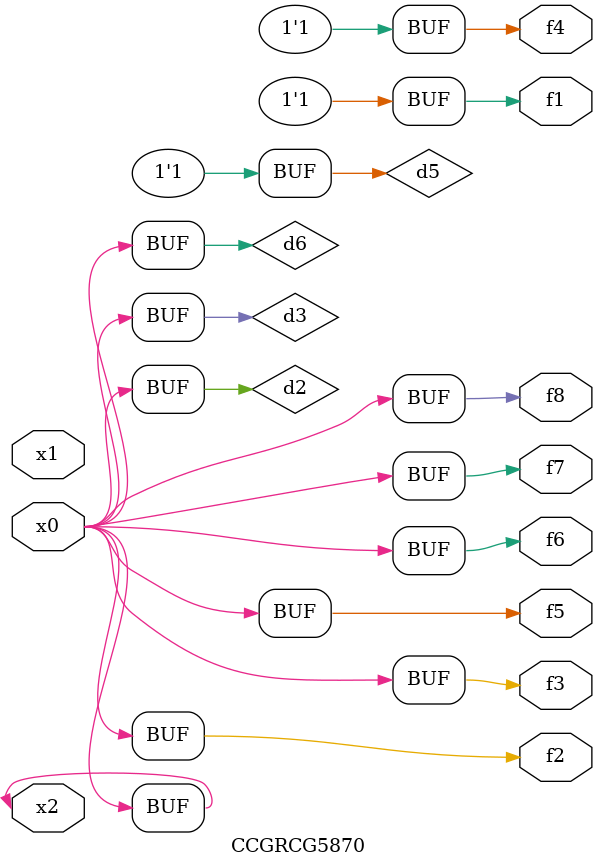
<source format=v>
module CCGRCG5870(
	input x0, x1, x2,
	output f1, f2, f3, f4, f5, f6, f7, f8
);

	wire d1, d2, d3, d4, d5, d6;

	xnor (d1, x2);
	buf (d2, x0, x2);
	and (d3, x0);
	xnor (d4, x1, x2);
	nand (d5, d1, d3);
	buf (d6, d2, d3);
	assign f1 = d5;
	assign f2 = d6;
	assign f3 = d6;
	assign f4 = d5;
	assign f5 = d6;
	assign f6 = d6;
	assign f7 = d6;
	assign f8 = d6;
endmodule

</source>
